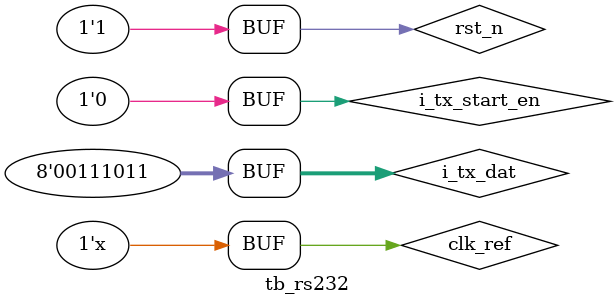
<source format=v>
`timescale 1ns / 1ps


module tb_rs232();

reg                 clk_ref          ;
reg         [ 7:0]  i_tx_dat         ;
wire                o_tx_pin         ;
reg                 rst_n            ;
reg                 i_tx_start_en    ; // rs232 开始标志使能 
wire                o_tx_send_over   ;
    
rx232_tx u_rx232_tx(
    .clk_ref           (clk_ref         ),
    .i_tx_dat          (i_tx_dat        ),
    .o_tx_pin          (o_tx_pin        ),
    .rst_n             (rst_n           ),
    .i_tx_start_en     (i_tx_start_en   ),// rs232 开始标志使能
    .o_tx_send_over    (o_tx_send_over  )
);
initial begin
    clk_ref = 1'b0;
    rst_n   = 1'b0;
    i_tx_start_en = 1'b0;
    i_tx_dat = 'd0;
    #10
    rst_n   = 1'b1;
    #20
    i_tx_start_en = 1'b1;
    i_tx_dat = 8'b1010_1010;
    #20
    i_tx_start_en = 1'b0;
    #300000
    i_tx_start_en = 1'b1;
    i_tx_dat = 8'b1011_1000;
    #20
    i_tx_start_en = 1'b0;
    repeat(100)begin
        #300000
        i_tx_start_en = 1'b1;
        i_tx_dat = 8'b0011_1011;
        #20
        i_tx_start_en = 1'b0;
    end
end

always #10 clk_ref = ~clk_ref;

endmodule

</source>
